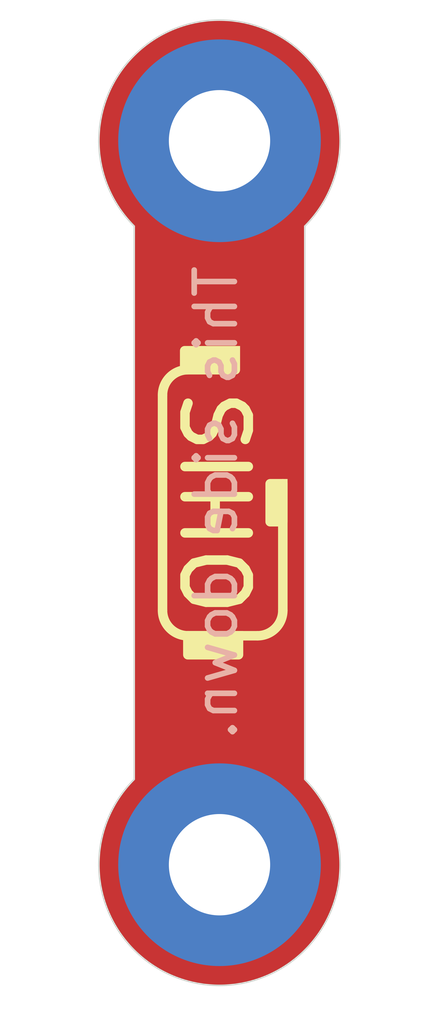
<source format=kicad_pcb>
(kicad_pcb (version 20240108) (generator "pcbnew") (generator_version "8.0")
  (layers (0 "F.Cu" signal) (31 "B.Cu" signal) (34 "B.Paste" user) (35 "F.Paste" user) (36 "B.SilkS" user "B.Silkscreen") (37 "F.SilkS" user "F.Silkscreen") (38 "B.Mask" user) (39 "F.Mask" user) (44 "Edge.Cuts" user))
  (net 0 "")
  (net 1 "GND")
  (footprint "MountingHole:MountingHole_3.2mm_M3_Pad" (layer "F.Cu") (at 127 64.77)
    (property "Reference" "H1" (hide yes))
    (property "Value" "MountingHole_Pad")
    (pad "1" thru_hole circle (at 0 0) (size 6.4 6.4) (drill 3.2) (layers "*.Cu" "*.Mask") (net 1 "GND"))
  )
  (footprint "MountingHole:MountingHole_3.2mm_M3_Pad" (layer "F.Cu") (at 127 87.63)
    (property "Reference" "H2" (hide yes))
    (property "Value" "MountingHole_Pad")
    (pad "1" thru_hole circle (at 0 0) (size 6.4 6.4) (drill 3.2) (layers "*.Cu" "*.Mask") (net 1 "GND"))
  )
  (footprint "OHIS:Logo_OHIS_Medium" (layer "F.Cu") (at 127 76.2 90)
    (property "Reference" "REF**" (hide yes))
    (property "Value" "Logo_OHIS_Medium" (hide yes))
    (fp_line (start 3.4 -1.8) (end -3.4 -1.8) (stroke (width 0.3)) (layer "F.SilkS"))
    (fp_line (start -4.200001 1.2) (end -4.2 -1) (stroke (width 0.3)) (layer "F.SilkS"))
    (fp_line (start 0.6 2) (end -3.400001 2) (stroke (width 0.3)) (layer "F.SilkS"))
    (fp_rect (start 4.8 0.5) (end 4.2 -1.1) (stroke (width 0.3)) (fill solid) (layer "F.SilkS"))
    (fp_rect (start -4.2 0.6) (end -4.8 -1) (stroke (width 0.3)) (fill solid) (layer "F.SilkS"))
    (fp_rect (start 0.6 2) (end -0.6 1.6) (stroke (width 0.3)) (fill solid) (layer "F.SilkS"))
    (fp_arc (start 3.4 -1.8) (mid 3.965685 -1.565685) (end 4.2 -1) (stroke (width 0.3)) (layer "F.SilkS"))
    (fp_arc (start -4.2 -1) (mid -3.965685 -1.565685) (end -3.4 -1.8) (stroke (width 0.3)) (layer "F.SilkS"))
    (fp_arc (start -3.400001 2) (mid -3.965686 1.765685) (end -4.200001 1.2) (stroke (width 0.3)) (layer "F.SilkS"))
    (fp_text user "OHIS" (at 0 0 90) (layer "F.SilkS") (effects (font (size 2 2) (thickness 0.3))))
  )
  (gr_line (start 124.305923 67.464077) (end 124.305923 84.935923) (stroke (width 0.05)) (layer "Edge.Cuts"))
  (gr_arc (start 124.305923 67.464077) (mid 127 60.96) (end 129.694077 67.464077) (stroke (width 0.05)) (layer "Edge.Cuts"))
  (gr_line (start 129.694077 67.464077) (end 129.694077 84.935923) (stroke (width 0.05)) (layer "Edge.Cuts"))
  (gr_arc (start 129.694077 84.935923) (mid 127 91.44) (end 124.305923 84.935923) (stroke (width 0.05)) (layer "Edge.Cuts"))
  (gr_text "This side down." (at 127.635 76.2 90) (layer "B.SilkS") (effects (font (size 1.27 1.27) (thickness 0.1778)) (justify bottom mirror)))
  (zone (net 1) (net_name "GND") (layer "F.Cu") (connect_pads yes (clearance 0.5)) (min_thickness 0.25) (fill yes (thermal_gap 0.5) (thermal_bridge_width 0.5))
    (polygon (pts (xy 122.555 60.325) (xy 131.445 60.325) (xy 131.445 92.075) (xy 122.555 92.075)))
  )
)
</source>
